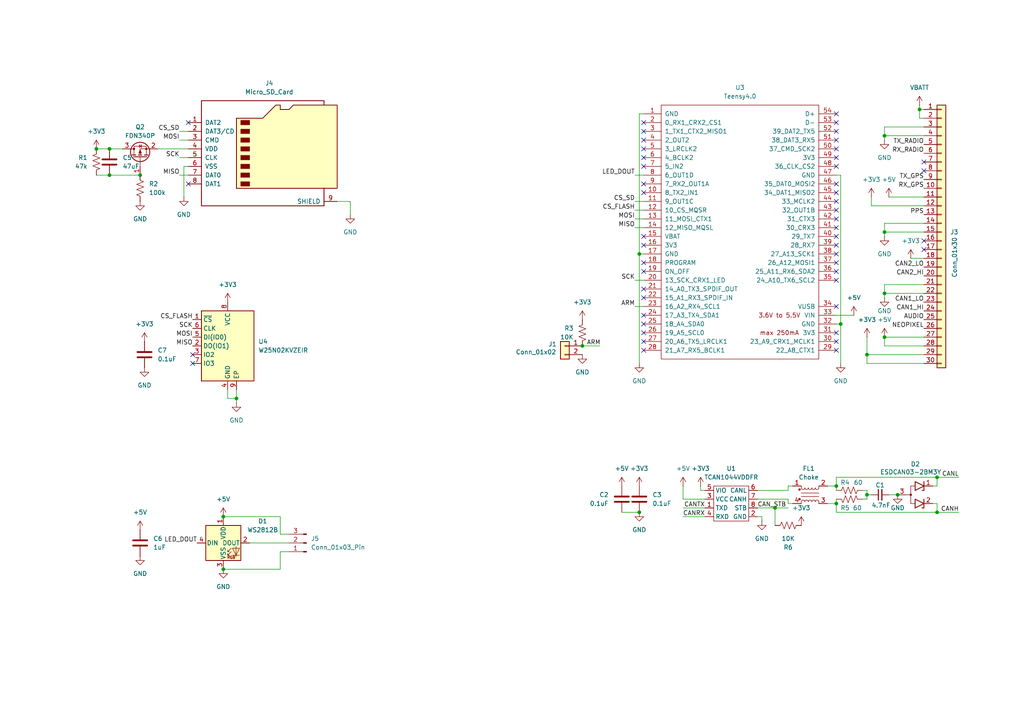
<source format=kicad_sch>
(kicad_sch (version 20231120) (generator "eeschema") (generator_version "8.0")
  (paper "A4")
  (title_block (title "Blaze Brain") (date "2024-09-16") (rev "v1") (company "UCSC Rocket Team") (comment 1 "Designed by Julian Barbera"))
  (lib_symbols
    (symbol "Blaze_Lib:TCAN1044"
      (property "Reference" "U" (at 0 8.636 0))
      (property "Value" "TCAN1044VDDFR" (at -0.254 6.604 0))
      (symbol "TCAN1044_0_0"
        (pin output line (at -7.62 -1.27 0) (length 2.54) (name "TXD") (number "1"))
        (pin passive line (at 7.62 -3.81 180) (length 2.54) (name "GND") (number "2"))
        (pin power_in line (at -7.62 1.27 0) (length 2.54) (name "VCC") (number "3"))
        (pin input line (at -7.62 -3.81 0) (length 2.54) (name "RXD") (number "4"))
        (pin power_in line (at -7.62 3.81 0) (length 2.54) (name "VIO") (number "5"))
        (pin bidirectional line (at 7.62 3.81 180) (length 2.54) (name "CANL") (number "6"))
        (pin bidirectional line (at 7.62 1.27 180) (length 2.54) (name "CANH") (number "7"))
        (pin input line (at 7.62 -1.27 180) (length 2.54) (name "STB") (number "8"))
      )
      (symbol "TCAN1044_0_1"
        (rectangle (start -5.08 5.08) (end 5.08 -5.08))
      )
    )
    (symbol "Connector:Conn_01x03_Pin" (pin_names (offset 1.016) hide)
      (property "Reference" "J" (at 0 5.08 0))
      (property "Value" "Conn_01x03_Pin" (at 0 -5.08 0))
      (symbol "Conn_01x03_Pin_1_1"
        (polyline (pts (xy 1.27 -2.54) (xy 0.8636 -2.54)) (stroke (width 0.1524)))
        (polyline (pts (xy 1.27 0) (xy 0.8636 0)) (stroke (width 0.1524)))
        (polyline (pts (xy 1.27 2.54) (xy 0.8636 2.54)) (stroke (width 0.1524)))
        (rectangle (start 0.8636 -2.413) (end 0 -2.667) (stroke (width 0.1524)) (fill (type outline)))
        (rectangle (start 0.8636 0.127) (end 0 -0.127) (stroke (width 0.1524)) (fill (type outline)))
        (rectangle (start 0.8636 2.667) (end 0 2.413) (stroke (width 0.1524)) (fill (type outline)))
        (pin passive line (at 5.08 2.54 180) (length 3.81) (name "Pin_1") (number "1"))
        (pin passive line (at 5.08 0 180) (length 3.81) (name "Pin_2") (number "2"))
        (pin passive line (at 5.08 -2.54 180) (length 3.81) (name "Pin_3") (number "3"))
      )
    )
    (symbol "Connector:Micro_SD_Card" (pin_names (offset 1.016))
      (property "Reference" "J" (at -16.51 15.24 0))
      (property "Value" "Micro_SD_Card" (at 16.51 15.24 0))
      (symbol "Micro_SD_Card_0_1"
        (rectangle (start -7.62 -9.525) (end -5.08 -10.795) (fill (type outline)))
        (rectangle (start -7.62 -6.985) (end -5.08 -8.255) (fill (type outline)))
        (rectangle (start -7.62 -4.445) (end -5.08 -5.715) (fill (type outline)))
        (rectangle (start -7.62 -1.905) (end -5.08 -3.175) (fill (type outline)))
        (rectangle (start -7.62 0.635) (end -5.08 -0.635) (fill (type outline)))
        (rectangle (start -7.62 3.175) (end -5.08 1.905) (fill (type outline)))
        (rectangle (start -7.62 5.715) (end -5.08 4.445) (fill (type outline)))
        (rectangle (start -7.62 8.255) (end -5.08 6.985) (fill (type outline)))
        (polyline (pts (xy 16.51 12.7) (xy 16.51 13.97) (xy -19.05 13.97) (xy -19.05 -16.51) (xy 16.51 -16.51) (xy 16.51 -11.43)) (stroke (width 0.254)))
        (polyline (pts (xy -8.89 -11.43) (xy -8.89 8.89) (xy -1.27 8.89) (xy 2.54 12.7) (xy 3.81 12.7) (xy 3.81 11.43) (xy 6.35 11.43) (xy 7.62 12.7) (xy 20.32 12.7) (xy 20.32 -11.43) (xy -8.89 -11.43)) (stroke (width 0.254)) (fill (type background)))
      )
      (symbol "Micro_SD_Card_1_1"
        (pin bidirectional line (at -22.86 7.62 0) (length 3.81) (name "DAT2") (number "1"))
        (pin bidirectional line (at -22.86 5.08 0) (length 3.81) (name "DAT3/CD") (number "2"))
        (pin input line (at -22.86 2.54 0) (length 3.81) (name "CMD") (number "3"))
        (pin power_in line (at -22.86 0 0) (length 3.81) (name "VDD") (number "4"))
        (pin input line (at -22.86 -2.54 0) (length 3.81) (name "CLK") (number "5"))
        (pin power_in line (at -22.86 -5.08 0) (length 3.81) (name "VSS") (number "6"))
        (pin bidirectional line (at -22.86 -7.62 0) (length 3.81) (name "DAT0") (number "7"))
        (pin bidirectional line (at -22.86 -10.16 0) (length 3.81) (name "DAT1") (number "8"))
        (pin passive line (at 20.32 -15.24 180) (length 3.81) (name "SHIELD") (number "9"))
      )
    )
    (symbol "Connector_Generic:Conn_01x02" (pin_names (offset 1.016) hide)
      (property "Reference" "J" (at 0 2.54 0))
      (property "Value" "Conn_01x02" (at 0 -5.08 0))
      (symbol "Conn_01x02_1_1"
        (rectangle (start -1.27 -2.413) (end 0 -2.667) (stroke (width 0.1524)))
        (rectangle (start -1.27 0.127) (end 0 -0.127) (stroke (width 0.1524)))
        (rectangle (start -1.27 1.27) (end 1.27 -3.81) (stroke (width 0.254)) (fill (type background)))
        (pin passive line (at -5.08 0 0) (length 3.81) (name "Pin_1") (number "1"))
        (pin passive line (at -5.08 -2.54 0) (length 3.81) (name "Pin_2") (number "2"))
      )
    )
    (symbol "Connector_Generic:Conn_01x30" (pin_names (offset 1.016) hide)
      (property "Reference" "J" (at 0 38.1 0))
      (property "Value" "Conn_01x30" (at 0 -40.64 0))
      (symbol "Conn_01x30_1_1"
        (rectangle (start -1.27 -37.973) (end 0 -38.227) (stroke (width 0.1524)))
        (rectangle (start -1.27 -35.433) (end 0 -35.687) (stroke (width 0.1524)))
        (rectangle (start -1.27 -32.893) (end 0 -33.147) (stroke (width 0.1524)))
        (rectangle (start -1.27 -30.353) (end 0 -30.607) (stroke (width 0.1524)))
        (rectangle (start -1.27 -27.813) (end 0 -28.067) (stroke (width 0.1524)))
        (rectangle (start -1.27 -25.273) (end 0 -25.527) (stroke (width 0.1524)))
        (rectangle (start -1.27 -22.733) (end 0 -22.987) (stroke (width 0.1524)))
        (rectangle (start -1.27 -20.193) (end 0 -20.447) (stroke (width 0.1524)))
        (rectangle (start -1.27 -17.653) (end 0 -17.907) (stroke (width 0.1524)))
        (rectangle (start -1.27 -15.113) (end 0 -15.367) (stroke (width 0.1524)))
        (rectangle (start -1.27 -12.573) (end 0 -12.827) (stroke (width 0.1524)))
        (rectangle (start -1.27 -10.033) (end 0 -10.287) (stroke (width 0.1524)))
        (rectangle (start -1.27 -7.493) (end 0 -7.747) (stroke (width 0.1524)))
        (rectangle (start -1.27 -4.953) (end 0 -5.207) (stroke (width 0.1524)))
        (rectangle (start -1.27 -2.413) (end 0 -2.667) (stroke (width 0.1524)))
        (rectangle (start -1.27 0.127) (end 0 -0.127) (stroke (width 0.1524)))
        (rectangle (start -1.27 2.667) (end 0 2.413) (stroke (width 0.1524)))
        (rectangle (start -1.27 5.207) (end 0 4.953) (stroke (width 0.1524)))
        (rectangle (start -1.27 7.747) (end 0 7.493) (stroke (width 0.1524)))
        (rectangle (start -1.27 10.287) (end 0 10.033) (stroke (width 0.1524)))
        (rectangle (start -1.27 12.827) (end 0 12.573) (stroke (width 0.1524)))
        (rectangle (start -1.27 15.367) (end 0 15.113) (stroke (width 0.1524)))
        (rectangle (start -1.27 17.907) (end 0 17.653) (stroke (width 0.1524)))
        (rectangle (start -1.27 20.447) (end 0 20.193) (stroke (width 0.1524)))
        (rectangle (start -1.27 22.987) (end 0 22.733) (stroke (width 0.1524)))
        (rectangle (start -1.27 25.527) (end 0 25.273) (stroke (width 0.1524)))
        (rectangle (start -1.27 28.067) (end 0 27.813) (stroke (width 0.1524)))
        (rectangle (start -1.27 30.607) (end 0 30.353) (stroke (width 0.1524)))
        (rectangle (start -1.27 33.147) (end 0 32.893) (stroke (width 0.1524)))
        (rectangle (start -1.27 35.687) (end 0 35.433) (stroke (width 0.1524)))
        (rectangle (start -1.27 36.83) (end 1.27 -39.37) (stroke (width 0.254)) (fill (type background)))
        (pin passive line (at -5.08 35.56 0) (length 3.81) (name "Pin_1") (number "1"))
        (pin passive line (at -5.08 12.7 0) (length 3.81) (name "Pin_10") (number "10"))
        (pin passive line (at -5.08 10.16 0) (length 3.81) (name "Pin_11") (number "11"))
        (pin passive line (at -5.08 7.62 0) (length 3.81) (name "Pin_12") (number "12"))
        (pin passive line (at -5.08 5.08 0) (length 3.81) (name "Pin_13") (number "13"))
        (pin passive line (at -5.08 2.54 0) (length 3.81) (name "Pin_14") (number "14"))
        (pin passive line (at -5.08 0 0) (length 3.81) (name "Pin_15") (number "15"))
        (pin passive line (at -5.08 -2.54 0) (length 3.81) (name "Pin_16") (number "16"))
        (pin passive line (at -5.08 -5.08 0) (length 3.81) (name "Pin_17") (number "17"))
        (pin passive line (at -5.08 -7.62 0) (length 3.81) (name "Pin_18") (number "18"))
        (pin passive line (at -5.08 -10.16 0) (length 3.81) (name "Pin_19") (number "19"))
        (pin passive line (at -5.08 33.02 0) (length 3.81) (name "Pin_2") (number "2"))
        (pin passive line (at -5.08 -12.7 0) (length 3.81) (name "Pin_20") (number "20"))
        (pin passive line (at -5.08 -15.24 0) (length 3.81) (name "Pin_21") (number "21"))
        (pin passive line (at -5.08 -17.78 0) (length 3.81) (name "Pin_22") (number "22"))
        (pin passive line (at -5.08 -20.32 0) (length 3.81) (name "Pin_23") (number "23"))
        (pin passive line (at -5.08 -22.86 0) (length 3.81) (name "Pin_24") (number "24"))
        (pin passive line (at -5.08 -25.4 0) (length 3.81) (name "Pin_25") (number "25"))
        (pin passive line (at -5.08 -27.94 0) (length 3.81) (name "Pin_26") (number "26"))
        (pin passive line (at -5.08 -30.48 0) (length 3.81) (name "Pin_27") (number "27"))
        (pin passive line (at -5.08 -33.02 0) (length 3.81) (name "Pin_28") (number "28"))
        (pin passive line (at -5.08 -35.56 0) (length 3.81) (name "Pin_29") (number "29"))
        (pin passive line (at -5.08 30.48 0) (length 3.81) (name "Pin_3") (number "3"))
        (pin passive line (at -5.08 -38.1 0) (length 3.81) (name "Pin_30") (number "30"))
        (pin passive line (at -5.08 27.94 0) (length 3.81) (name "Pin_4") (number "4"))
        (pin passive line (at -5.08 25.4 0) (length 3.81) (name "Pin_5") (number "5"))
        (pin passive line (at -5.08 22.86 0) (length 3.81) (name "Pin_6") (number "6"))
        (pin passive line (at -5.08 20.32 0) (length 3.81) (name "Pin_7") (number "7"))
        (pin passive line (at -5.08 17.78 0) (length 3.81) (name "Pin_8") (number "8"))
        (pin passive line (at -5.08 15.24 0) (length 3.81) (name "Pin_9") (number "9"))
      )
    )
    (symbol "Device:C" (pin_numbers hide) (pin_names (offset 0.254))
      (property "Reference" "C" (at 0.635 2.54 0))
      (property "Value" "C" (at 0.635 -2.54 0))
      (symbol "C_0_1"
        (polyline (pts (xy -2.032 -0.762) (xy 2.032 -0.762)) (stroke (width 0.508)))
        (polyline (pts (xy -2.032 0.762) (xy 2.032 0.762)) (stroke (width 0.508)))
      )
      (symbol "C_1_1"
        (pin passive line (at 0 3.81 270) (length 2.794) (name "~") (number "1"))
        (pin passive line (at 0 -3.81 90) (length 2.794) (name "~") (number "2"))
      )
    )
    (symbol "Device:C_Small" (pin_numbers hide) (pin_names (offset 0.254) hide)
      (property "Reference" "C" (at 0.254 1.778 0))
      (property "Value" "C_Small" (at 0.254 -2.032 0))
      (symbol "C_Small_0_1"
        (polyline (pts (xy -1.524 -0.508) (xy 1.524 -0.508)) (stroke (width 0.3302)))
        (polyline (pts (xy -1.524 0.508) (xy 1.524 0.508)) (stroke (width 0.3048)))
      )
      (symbol "C_Small_1_1"
        (pin passive line (at 0 2.54 270) (length 2.032) (name "~") (number "1"))
        (pin passive line (at 0 -2.54 90) (length 2.032) (name "~") (number "2"))
      )
    )
    (symbol "Device:R_US" (pin_numbers hide) (pin_names (offset 0))
      (property "Reference" "R" (at 2.54 0 90))
      (property "Value" "R_US" (at -2.54 0 90))
      (symbol "R_US_0_1"
        (polyline (pts (xy 0 -2.286) (xy 0 -2.54)))
        (polyline (pts (xy 0 2.286) (xy 0 2.54)))
        (polyline (pts (xy 0 -0.762) (xy 1.016 -1.143) (xy 0 -1.524) (xy -1.016 -1.905) (xy 0 -2.286)))
        (polyline (pts (xy 0 0.762) (xy 1.016 0.381) (xy 0 0) (xy -1.016 -0.381) (xy 0 -0.762)))
        (polyline (pts (xy 0 2.286) (xy 1.016 1.905) (xy 0 1.524) (xy -1.016 1.143) (xy 0 0.762)))
      )
      (symbol "R_US_1_1"
        (pin passive line (at 0 3.81 270) (length 1.27) (name "~") (number "1"))
        (pin passive line (at 0 -3.81 90) (length 1.27) (name "~") (number "2"))
      )
    )
    (symbol "Filter:Choke_Coilcraft_0603USB-142" (pin_names (offset 0.254) hide)
      (property "Reference" "FL" (at 0 4.445 0))
      (property "Value" "Choke_Coilcraft_0603USB-142" (at 0 -4.445 0))
      (symbol "Choke_Coilcraft_0603USB-142_0_1"
        (circle (center -3.048 -1.27) (radius 0.254) (fill (type outline)))
        (circle (center -3.048 1.524) (radius 0.254) (fill (type outline)))
        (arc (start -2.54 2.032) (mid -2.032 1.5262) (end -1.524 2.032))
        (arc (start -1.524 -2.032) (mid -2.032 -1.5262) (end -2.54 -2.032))
        (arc (start -1.524 2.032) (mid -1.016 1.5262) (end -0.508 2.032))
        (arc (start -0.508 -2.032) (mid -1.016 -1.5262) (end -1.524 -2.032))
        (arc (start -0.508 2.032) (mid 0 1.5262) (end 0.508 2.032))
        (polyline (pts (xy -2.54 -2.032) (xy -2.54 -2.54)))
        (polyline (pts (xy -2.54 0.508) (xy 2.54 0.508)))
        (polyline (pts (xy -2.54 2.032) (xy -2.54 2.54)))
        (polyline (pts (xy 2.54 -2.032) (xy 2.54 -2.54)))
        (polyline (pts (xy 2.54 -0.508) (xy -2.54 -0.508)))
        (polyline (pts (xy 2.54 2.54) (xy 2.54 2.032)))
        (arc (start 0.508 -2.032) (mid 0 -1.5262) (end -0.508 -2.032))
        (arc (start 0.508 2.032) (mid 1.016 1.5262) (end 1.524 2.032))
        (arc (start 1.524 -2.032) (mid 1.016 -1.5262) (end 0.508 -2.032))
        (arc (start 1.524 2.032) (mid 2.032 1.5262) (end 2.54 2.032))
        (arc (start 2.54 -2.032) (mid 2.032 -1.5262) (end 1.524 -2.032))
      )
      (symbol "Choke_Coilcraft_0603USB-142_1_1"
        (pin passive line (at -5.08 2.54 0) (length 2.54) (name "1") (number "1"))
        (pin passive line (at 5.08 2.54 180) (length 2.54) (name "2") (number "2"))
        (pin passive line (at 5.08 -2.54 180) (length 2.54) (name "3") (number "3"))
        (pin passive line (at -5.08 -2.54 0) (length 2.54) (name "4") (number "4"))
      )
    )
    (symbol "LED:WS2812B" (pin_names (offset 0.254))
      (property "Reference" "D" (at 5.08 5.715 0))
      (property "Value" "WS2812B" (at 1.27 -5.715 0))
      (symbol "WS2812B_0_0"
        (text "RGB" (at 2.286 -4.191 0) (effects (font (size 0.762 0.762))))
      )
      (symbol "WS2812B_0_1"
        (polyline (pts (xy 1.27 -3.556) (xy 1.778 -3.556)))
        (polyline (pts (xy 1.27 -2.54) (xy 1.778 -2.54)))
        (polyline (pts (xy 4.699 -3.556) (xy 2.667 -3.556)))
        (polyline (pts (xy 2.286 -2.54) (xy 1.27 -3.556) (xy 1.27 -3.048)))
        (polyline (pts (xy 2.286 -1.524) (xy 1.27 -2.54) (xy 1.27 -2.032)))
        (polyline (pts (xy 3.683 -1.016) (xy 3.683 -3.556) (xy 3.683 -4.064)))
        (polyline (pts (xy 4.699 -1.524) (xy 2.667 -1.524) (xy 3.683 -3.556) (xy 4.699 -1.524)))
        (rectangle (start 5.08 5.08) (end -5.08 -5.08) (stroke (width 0.254)) (fill (type background)))
      )
      (symbol "WS2812B_1_1"
        (pin power_in line (at 0 7.62 270) (length 2.54) (name "VDD") (number "1"))
        (pin output line (at 7.62 0 180) (length 2.54) (name "DOUT") (number "2"))
        (pin power_in line (at 0 -7.62 90) (length 2.54) (name "VSS") (number "3"))
        (pin input line (at -7.62 0 0) (length 2.54) (name "DIN") (number "4"))
      )
    )
    (symbol "Memory_Flash:W25Q32JVZP"
      (property "Reference" "U" (at -6.35 11.43 0))
      (property "Value" "W25Q32JVZP" (at 7.62 11.43 0))
      (symbol "W25Q32JVZP_0_1"
        (rectangle (start -7.62 10.16) (end 7.62 -10.16) (stroke (width 0.254)) (fill (type background)))
      )
      (symbol "W25Q32JVZP_1_1"
        (pin input line (at -10.16 7.62 0) (length 2.54) (name "~{CS}") (number "1"))
        (pin bidirectional line (at -10.16 0 0) (length 2.54) (name "DO(IO1)") (number "2"))
        (pin bidirectional line (at -10.16 -2.54 0) (length 2.54) (name "IO2") (number "3"))
        (pin power_in line (at 0 -12.7 90) (length 2.54) (name "GND") (number "4"))
        (pin bidirectional line (at -10.16 2.54 0) (length 2.54) (name "DI(IO0)") (number "5"))
        (pin input line (at -10.16 5.08 0) (length 2.54) (name "CLK") (number "6"))
        (pin bidirectional line (at -10.16 -5.08 0) (length 2.54) (name "IO3") (number "7"))
        (pin power_in line (at 0 12.7 270) (length 2.54) (name "VCC") (number "8"))
        (pin passive line (at 2.54 -12.7 90) (length 2.54) (name "EP") (number "9"))
      )
    )
    (symbol "Power_Protection:RCLAMP0582B" (pin_names hide)
      (property "Reference" "D" (at 0 5.08 0))
      (property "Value" "RCLAMP0582B" (at 0 -5.08 0))
      (symbol "RCLAMP0582B_0_1"
        (polyline (pts (xy -2.54 0) (xy -1.27 0)))
        (polyline (pts (xy -1.27 2.54) (xy -1.27 -2.54)))
        (polyline (pts (xy 0 2.54) (xy -1.27 2.54)) (stroke (width 0.1524)))
        (polyline (pts (xy 2.54 3.81) (xy 2.54 1.27) (xy 2.032 1.27)) (stroke (width 0.254)))
        (polyline (pts (xy 0 1.27) (xy 0 3.81) (xy 2.54 2.54) (xy 0 1.27)) (stroke (width 0.254)))
        (pin passive line (at -5.08 0 0) (length 2.54) (name "A") (number "3"))
      )
      (symbol "RCLAMP0582B_1_1"
        (circle (center -1.27 0) (radius 0.254) (fill (type outline)))
        (polyline (pts (xy 0 -2.54) (xy -1.27 -2.54)) (stroke (width 0.1524)))
        (polyline (pts (xy 2.54 -1.27) (xy 2.54 -3.81) (xy 2.032 -3.81)) (stroke (width 0.254)))
        (polyline (pts (xy 0 -3.81) (xy 0 -1.27) (xy 2.54 -2.54) (xy 0 -3.81)) (stroke (width 0.254)))
        (pin passive line (at 5.08 2.54 180) (length 2.54) (name "K1") (number "1"))
        (pin passive line (at 5.08 -2.54 180) (length 2.54) (name "K2") (number "2"))
      )
    )
    (symbol "Transistor_FET:FDN340P" (pin_names hide)
      (property "Reference" "Q" (at 5.08 1.905 0))
      (property "Value" "FDN340P" (at 5.08 0 0))
      (symbol "FDN340P_0_1"
        (polyline (pts (xy 0.254 0) (xy -2.54 0)))
        (polyline (pts (xy 0.254 1.905) (xy 0.254 -1.905)) (stroke (width 0.254)))
        (polyline (pts (xy 0.762 -1.27) (xy 0.762 -2.286)) (stroke (width 0.254)))
        (polyline (pts (xy 0.762 0.508) (xy 0.762 -0.508)) (stroke (width 0.254)))
        (polyline (pts (xy 0.762 2.286) (xy 0.762 1.27)) (stroke (width 0.254)))
        (polyline (pts (xy 2.54 2.54) (xy 2.54 1.778)))
        (polyline (pts (xy 2.54 -2.54) (xy 2.54 0) (xy 0.762 0)))
        (polyline (pts (xy 0.762 1.778) (xy 3.302 1.778) (xy 3.302 -1.778) (xy 0.762 -1.778)))
        (polyline (pts (xy 2.286 0) (xy 1.27 0.381) (xy 1.27 -0.381) (xy 2.286 0)) (fill (type outline)))
        (polyline (pts (xy 2.794 -0.508) (xy 2.921 -0.381) (xy 3.683 -0.381) (xy 3.81 -0.254)))
        (polyline (pts (xy 3.302 -0.381) (xy 2.921 0.254) (xy 3.683 0.254) (xy 3.302 -0.381)))
        (circle (center 1.651 0) (radius 2.794) (stroke (width 0.254)))
        (circle (center 2.54 -1.778) (radius 0.254) (fill (type outline)))
        (circle (center 2.54 1.778) (radius 0.254) (fill (type outline)))
      )
      (symbol "FDN340P_1_1"
        (pin input line (at -5.08 0 0) (length 2.54) (name "G") (number "1"))
        (pin passive line (at 2.54 -5.08 90) (length 2.54) (name "S") (number "2"))
        (pin passive line (at 2.54 5.08 270) (length 2.54) (name "D") (number "3"))
      )
    )
    (symbol "power:+3V3" (power) (pin_numbers hide) (pin_names (offset 0) hide)
      (property "Value" "+3V3" (at 0 3.556 0))
      (symbol "+3V3_0_1"
        (polyline (pts (xy -0.762 1.27) (xy 0 2.54)))
        (polyline (pts (xy 0 0) (xy 0 2.54)))
        (polyline (pts (xy 0 2.54) (xy 0.762 1.27)))
      )
      (symbol "+3V3_1_1"
        (pin power_in line (at 0 0 90) (length 0) (name "~") (number "1"))
      )
    )
    (symbol "power:+5V" (power) (pin_numbers hide) (pin_names (offset 0) hide)
      (property "Value" "+5V" (at 0 3.556 0))
      (symbol "+5V_0_1"
        (polyline (pts (xy -0.762 1.27) (xy 0 2.54)))
        (polyline (pts (xy 0 0) (xy 0 2.54)))
        (polyline (pts (xy 0 2.54) (xy 0.762 1.27)))
      )
      (symbol "+5V_1_1"
        (pin power_in line (at 0 0 90) (length 0) (name "~") (number "1"))
      )
    )
    (symbol "power:GND" (power) (pin_numbers hide) (pin_names (offset 0) hide)
      (property "Value" "GND" (at 0 -3.81 0))
      (symbol "GND_0_1"
        (polyline (pts (xy 0 0) (xy 0 -1.27) (xy 1.27 -1.27) (xy 0 -2.54) (xy -1.27 -1.27) (xy 0 -1.27)))
      )
      (symbol "GND_1_1"
        (pin power_in line (at 0 0 270) (length 0) (name "~") (number "1"))
      )
    )
    (symbol "teensy:Teensy4.0" (pin_names (offset 1.016))
      (property "Reference" "U" (at 0 39.37 0))
      (property "Value" "Teensy4.0" (at 0 -39.37 0))
      (symbol "Teensy4.0_0_0"
        (text "3.6V to 5.5V" (at 11.43 -24.13 0) (effects (font (size 1.27 1.27))))
        (text "max 250mA" (at 11.43 -29.21 0) (effects (font (size 1.27 1.27))))
        (pin bidirectional line (at -27.94 11.43 0) (length 5.08) (name "8_TX2_IN1") (number "10"))
        (pin bidirectional line (at -27.94 8.89 0) (length 5.08) (name "9_OUT1C") (number "11"))
        (pin bidirectional line (at -27.94 6.35 0) (length 5.08) (name "10_CS_MQSR") (number "12"))
        (pin bidirectional line (at -27.94 3.81 0) (length 5.08) (name "11_MOSI_CTX1") (number "13"))
        (pin bidirectional line (at -27.94 1.27 0) (length 5.08) (name "12_MISO_MQSL") (number "14"))
        (pin power_in line (at -27.94 -1.27 0) (length 5.08) (name "VBAT") (number "15"))
        (pin power_in line (at -27.94 -3.81 0) (length 5.08) (name "3V3") (number "16"))
        (pin power_in line (at -27.94 -6.35 0) (length 5.08) (name "GND") (number "17"))
        (pin input line (at -27.94 -8.89 0) (length 5.08) (name "PROGRAM") (number "18"))
        (pin input line (at -27.94 -11.43 0) (length 5.08) (name "ON_OFF") (number "19"))
        (pin bidirectional line (at -27.94 -13.97 0) (length 5.08) (name "13_SCK_CRX1_LED") (number "20"))
        (pin bidirectional line (at -27.94 -16.51 0) (length 5.08) (name "14_A0_TX3_SPDIF_OUT") (number "21"))
        (pin bidirectional line (at -27.94 -19.05 0) (length 5.08) (name "15_A1_RX3_SPDIF_IN") (number "22"))
        (pin bidirectional line (at -27.94 -21.59 0) (length 5.08) (name "16_A2_RX4_SCL1") (number "23"))
        (pin bidirectional line (at -27.94 -24.13 0) (length 5.08) (name "17_A3_TX4_SDA1") (number "24"))
        (pin bidirectional line (at -27.94 -26.67 0) (length 5.08) (name "18_A4_SDA0") (number "25"))
        (pin bidirectional line (at -27.94 -29.21 0) (length 5.08) (name "19_A5_SCL0") (number "26"))
        (pin bidirectional line (at -27.94 -31.75 0) (length 5.08) (name "20_A6_TX5_LRCLK1") (number "27"))
        (pin bidirectional line (at -27.94 -34.29 0) (length 5.08) (name "21_A7_RX5_BCLK1") (number "28"))
        (pin bidirectional line (at 27.94 -34.29 180) (length 5.08) (name "22_A8_CTX1") (number "29"))
        (pin bidirectional line (at 27.94 -31.75 180) (length 5.08) (name "23_A9_CRX1_MCLK1") (number "30"))
        (pin power_out line (at 27.94 -29.21 180) (length 5.08) (name "3V3") (number "31"))
        (pin power_in line (at 27.94 -26.67 180) (length 5.08) (name "GND") (number "32"))
        (pin power_in line (at 27.94 -24.13 180) (length 5.08) (name "VIN") (number "33"))
        (pin power_out line (at 27.94 -21.59 180) (length 5.08) (name "VUSB") (number "34"))
        (pin bidirectional line (at 27.94 -13.97 180) (length 5.08) (name "24_A10_TX6_SCL2") (number "35"))
        (pin bidirectional line (at 27.94 -11.43 180) (length 5.08) (name "25_A11_RX6_SDA2") (number "36"))
        (pin bidirectional line (at 27.94 -8.89 180) (length 5.08) (name "26_A12_MOSI1") (number "37"))
        (pin bidirectional line (at 27.94 -6.35 180) (length 5.08) (name "27_A13_SCK1") (number "38"))
        (pin bidirectional line (at 27.94 -3.81 180) (length 5.08) (name "28_RX7") (number "39"))
        (pin bidirectional line (at 27.94 -1.27 180) (length 5.08) (name "29_TX7") (number "40"))
        (pin bidirectional line (at 27.94 1.27 180) (length 5.08) (name "30_CRX3") (number "41"))
        (pin bidirectional line (at 27.94 3.81 180) (length 5.08) (name "31_CTX3") (number "42"))
        (pin bidirectional line (at 27.94 6.35 180) (length 5.08) (name "32_OUT1B") (number "43"))
        (pin bidirectional line (at 27.94 8.89 180) (length 5.08) (name "33_MCLK2") (number "44"))
        (pin bidirectional line (at 27.94 11.43 180) (length 5.08) (name "34_DAT1_MISO2") (number "45"))
        (pin bidirectional line (at 27.94 13.97 180) (length 5.08) (name "35_DAT0_MOSI2") (number "46"))
        (pin power_out line (at 27.94 16.51 180) (length 5.08) (name "GND") (number "47"))
        (pin bidirectional line (at 27.94 19.05 180) (length 5.08) (name "36_CLK_CS2") (number "48"))
        (pin power_out line (at 27.94 21.59 180) (length 5.08) (name "3V3") (number "49"))
        (pin bidirectional line (at -27.94 24.13 0) (length 5.08) (name "3_LRCLK2") (number "5"))
        (pin bidirectional line (at 27.94 24.13 180) (length 5.08) (name "37_CMD_SCK2") (number "50"))
        (pin bidirectional line (at 27.94 26.67 180) (length 5.08) (name "38_DAT3_RX5") (number "51"))
        (pin bidirectional line (at 27.94 29.21 180) (length 5.08) (name "39_DAT2_TX5") (number "52"))
        (pin bidirectional line (at 27.94 31.75 180) (length 5.08) (name "D-") (number "53"))
        (pin bidirectional line (at 27.94 34.29 180) (length 5.08) (name "D+") (number "54"))
        (pin bidirectional line (at -27.94 21.59 0) (length 5.08) (name "4_BCLK2") (number "6"))
        (pin bidirectional line (at -27.94 19.05 0) (length 5.08) (name "5_IN2") (number "7"))
        (pin bidirectional line (at -27.94 16.51 0) (length 5.08) (name "6_OUT1D") (number "8"))
        (pin bidirectional line (at -27.94 13.97 0) (length 5.08) (name "7_RX2_OUT1A") (number "9"))
      )
      (symbol "Teensy4.0_0_1"
        (rectangle (start -22.86 36.83) (end 22.86 -36.83))
        (rectangle (start -20.32 -31.75) (end -20.32 -31.75))
      )
      (symbol "Teensy4.0_1_1"
        (pin power_in line (at -27.94 34.29 0) (length 5.08) (name "GND") (number "1"))
        (pin bidirectional line (at -27.94 31.75 0) (length 5.08) (name "0_RX1_CRX2_CS1") (number "2"))
        (pin bidirectional line (at -27.94 29.21 0) (length 5.08) (name "1_TX1_CTX2_MISO1") (number "3"))
        (pin bidirectional line (at -27.94 26.67 0) (length 5.08) (name "2_OUT2") (number "4"))
      )
    )
  )
  (junction (at 256.54 39.37))
  (junction (at 266.7 31.75))
  (junction (at 251.46 102.87))
  (junction (at 271.78 148.59))
  (junction (at 242.57 146.05))
  (junction (at 40.64 50.8))
  (junction (at 224.79 147.32))
  (junction (at 27.94 43.18))
  (junction (at 168.91 100.33))
  (junction (at 260.35 143.51))
  (junction (at 251.46 143.51))
  (junction (at 31.75 50.8))
  (junction (at 68.58 115.57))
  (junction (at 64.77 165.1))
  (junction (at 185.42 148.59))
  (junction (at 243.84 93.98))
  (junction (at 271.78 138.43))
  (junction (at 256.54 97.79))
  (junction (at 31.75 43.18))
  (junction (at 242.57 140.97))
  (junction (at 64.77 149.86))
  (junction (at 185.42 73.66))
  (junction (at 256.54 85.09))
  (junction (at 256.54 67.31))
  (no_connect (at 242.57 81.28))
  (no_connect (at 186.69 83.82))
  (no_connect (at 242.57 76.2))
  (no_connect (at 55.88 102.87))
  (no_connect (at 267.97 69.85))
  (no_connect (at 186.69 48.26))
  (no_connect (at 267.97 46.99))
  (no_connect (at 242.57 53.34))
  (no_connect (at 242.57 66.04))
  (no_connect (at 186.69 91.44))
  (no_connect (at 242.57 88.9))
  (no_connect (at 186.69 99.06))
  (no_connect (at 242.57 63.5))
  (no_connect (at 186.69 86.36))
  (no_connect (at 242.57 71.12))
  (no_connect (at 55.88 105.41))
  (no_connect (at 186.69 93.98))
  (no_connect (at 242.57 45.72))
  (no_connect (at 186.69 43.18))
  (no_connect (at 242.57 40.64))
  (no_connect (at 186.69 53.34))
  (no_connect (at 54.61 35.56))
  (no_connect (at 242.57 38.1))
  (no_connect (at 267.97 49.53))
  (no_connect (at 242.57 96.52))
  (no_connect (at 242.57 58.42))
  (no_connect (at 242.57 35.56))
  (no_connect (at 242.57 78.74))
  (no_connect (at 267.97 72.39))
  (no_connect (at 54.61 53.34))
  (no_connect (at 186.69 101.6))
  (no_connect (at 242.57 99.06))
  (no_connect (at 186.69 45.72))
  (no_connect (at 242.57 73.66))
  (no_connect (at 186.69 96.52))
  (no_connect (at 186.69 71.12))
  (no_connect (at 186.69 78.74))
  (no_connect (at 242.57 33.02))
  (no_connect (at 186.69 38.1))
  (no_connect (at 242.57 55.88))
  (no_connect (at 186.69 35.56))
  (no_connect (at 242.57 60.96))
  (no_connect (at 242.57 68.58))
  (no_connect (at 242.57 43.18))
  (no_connect (at 186.69 68.58))
  (no_connect (at 242.57 48.26))
  (no_connect (at 186.69 55.88))
  (no_connect (at 186.69 76.2))
  (no_connect (at 186.69 40.64))
  (no_connect (at 242.57 101.6))
  (wire (pts (xy 264.16 74.93) (xy 267.97 74.93)))
  (wire (pts (xy 53.34 48.26) (xy 54.61 48.26)))
  (wire (pts (xy 101.6 62.23) (xy 101.6 58.42)))
  (wire (pts (xy 184.15 58.42) (xy 186.69 58.42)))
  (wire (pts (xy 66.04 113.03) (xy 66.04 115.57)))
  (wire (pts (xy 266.7 31.75) (xy 266.7 34.29)))
  (wire (pts (xy 203.2 142.24) (xy 204.47 142.24)))
  (wire (pts (xy 198.12 144.78) (xy 198.12 140.97)))
  (wire (pts (xy 257.81 57.15) (xy 267.97 57.15)))
  (wire (pts (xy 267.97 36.83) (xy 256.54 36.83)))
  (wire (pts (xy 250.19 142.24) (xy 251.46 142.24)))
  (wire (pts (xy 219.71 144.78) (xy 228.6 144.78)))
  (wire (pts (xy 185.42 105.41) (xy 185.42 73.66)))
  (wire (pts (xy 31.75 50.8) (xy 40.64 50.8)))
  (wire (pts (xy 198.12 149.86) (xy 204.47 149.86)))
  (wire (pts (xy 52.07 38.1) (xy 54.61 38.1)))
  (wire (pts (xy 242.57 50.8) (xy 243.84 50.8)))
  (wire (pts (xy 52.07 45.72) (xy 54.61 45.72)))
  (wire (pts (xy 219.71 147.32) (xy 224.79 147.32)))
  (wire (pts (xy 224.79 147.32) (xy 228.6 147.32)))
  (wire (pts (xy 204.47 144.78) (xy 198.12 144.78)))
  (wire (pts (xy 228.6 140.97) (xy 229.87 140.97)))
  (wire (pts (xy 101.6 58.42) (xy 97.79 58.42)))
  (wire (pts (xy 185.42 33.02) (xy 186.69 33.02)))
  (wire (pts (xy 251.46 142.24) (xy 251.46 143.51)))
  (wire (pts (xy 266.7 30.48) (xy 266.7 31.75)))
  (wire (pts (xy 203.2 140.97) (xy 203.2 142.24)))
  (wire (pts (xy 184.15 81.28) (xy 186.69 81.28)))
  (wire (pts (xy 240.03 140.97) (xy 242.57 140.97)))
  (wire (pts (xy 256.54 97.79) (xy 267.97 97.79)))
  (wire (pts (xy 251.46 97.79) (xy 251.46 102.87)))
  (wire (pts (xy 256.54 64.77) (xy 267.97 64.77)))
  (wire (pts (xy 256.54 39.37) (xy 267.97 39.37)))
  (wire (pts (xy 228.6 146.05) (xy 229.87 146.05)))
  (wire (pts (xy 168.91 100.33) (xy 173.99 100.33)))
  (wire (pts (xy 228.6 144.78) (xy 228.6 146.05)))
  (wire (pts (xy 180.34 148.59) (xy 185.42 148.59)))
  (wire (pts (xy 64.77 165.1) (xy 81.28 165.1)))
  (wire (pts (xy 256.54 85.09) (xy 267.97 85.09)))
  (wire (pts (xy 185.42 73.66) (xy 185.42 33.02)))
  (wire (pts (xy 198.12 147.32) (xy 204.47 147.32)))
  (wire (pts (xy 31.75 43.18) (xy 35.56 43.18)))
  (wire (pts (xy 242.57 146.05) (xy 242.57 144.78)))
  (wire (pts (xy 252.73 57.15) (xy 252.73 59.69)))
  (wire (pts (xy 52.07 50.8) (xy 54.61 50.8)))
  (wire (pts (xy 250.19 144.78) (xy 251.46 144.78)))
  (wire (pts (xy 256.54 64.77) (xy 256.54 67.31)))
  (wire (pts (xy 271.78 146.05) (xy 271.78 148.59)))
  (wire (pts (xy 242.57 140.97) (xy 242.57 138.43)))
  (wire (pts (xy 270.51 140.97) (xy 271.78 140.97)))
  (wire (pts (xy 266.7 31.75) (xy 267.97 31.75)))
  (wire (pts (xy 184.15 66.04) (xy 186.69 66.04)))
  (wire (pts (xy 53.34 57.15) (xy 53.34 48.26)))
  (wire (pts (xy 68.58 113.03) (xy 68.58 115.57)))
  (wire (pts (xy 251.46 144.78) (xy 251.46 143.51)))
  (wire (pts (xy 251.46 105.41) (xy 267.97 105.41)))
  (wire (pts (xy 52.07 40.64) (xy 54.61 40.64)))
  (wire (pts (xy 81.28 160.02) (xy 83.82 160.02)))
  (wire (pts (xy 256.54 36.83) (xy 256.54 39.37)))
  (wire (pts (xy 66.04 115.57) (xy 68.58 115.57)))
  (wire (pts (xy 81.28 165.1) (xy 81.28 160.02)))
  (wire (pts (xy 251.46 102.87) (xy 267.97 102.87)))
  (wire (pts (xy 266.7 34.29) (xy 267.97 34.29)))
  (wire (pts (xy 184.15 88.9) (xy 186.69 88.9)))
  (wire (pts (xy 68.58 115.57) (xy 68.58 116.84)))
  (wire (pts (xy 243.84 93.98) (xy 242.57 93.98)))
  (wire (pts (xy 242.57 91.44) (xy 247.65 91.44)))
  (wire (pts (xy 256.54 100.33) (xy 267.97 100.33)))
  (wire (pts (xy 251.46 102.87) (xy 251.46 105.41)))
  (wire (pts (xy 242.57 138.43) (xy 271.78 138.43)))
  (wire (pts (xy 220.98 151.13) (xy 220.98 149.86)))
  (wire (pts (xy 252.73 59.69) (xy 267.97 59.69)))
  (wire (pts (xy 228.6 142.24) (xy 228.6 140.97)))
  (wire (pts (xy 184.15 60.96) (xy 186.69 60.96)))
  (wire (pts (xy 27.94 43.18) (xy 31.75 43.18)))
  (wire (pts (xy 256.54 40.64) (xy 256.54 39.37)))
  (wire (pts (xy 45.72 43.18) (xy 54.61 43.18)))
  (wire (pts (xy 27.94 50.8) (xy 31.75 50.8)))
  (wire (pts (xy 72.39 157.48) (xy 83.82 157.48)))
  (wire (pts (xy 220.98 149.86) (xy 219.71 149.86)))
  (wire (pts (xy 242.57 146.05) (xy 242.57 148.59)))
  (wire (pts (xy 270.51 146.05) (xy 271.78 146.05)))
  (wire (pts (xy 243.84 50.8) (xy 243.84 93.98)))
  (wire (pts (xy 240.03 146.05) (xy 242.57 146.05)))
  (wire (pts (xy 224.79 147.32) (xy 224.79 152.4)))
  (wire (pts (xy 185.42 73.66) (xy 186.69 73.66)))
  (wire (pts (xy 271.78 140.97) (xy 271.78 138.43)))
  (wire (pts (xy 243.84 105.41) (xy 243.84 93.98)))
  (wire (pts (xy 256.54 82.55) (xy 256.54 85.09)))
  (wire (pts (xy 271.78 148.59) (xy 278.13 148.59)))
  (wire (pts (xy 271.78 138.43) (xy 278.13 138.43)))
  (wire (pts (xy 184.15 50.8) (xy 186.69 50.8)))
  (wire (pts (xy 251.46 143.51) (xy 252.73 143.51)))
  (wire (pts (xy 256.54 97.79) (xy 256.54 100.33)))
  (wire (pts (xy 81.28 154.94) (xy 83.82 154.94)))
  (wire (pts (xy 64.77 149.86) (xy 81.28 149.86)))
  (wire (pts (xy 257.81 143.51) (xy 260.35 143.51)))
  (wire (pts (xy 81.28 149.86) (xy 81.28 154.94)))
  (wire (pts (xy 242.57 148.59) (xy 271.78 148.59)))
  (wire (pts (xy 256.54 67.31) (xy 267.97 67.31)))
  (wire (pts (xy 184.15 63.5) (xy 186.69 63.5)))
  (wire (pts (xy 256.54 82.55) (xy 267.97 82.55)))
  (wire (pts (xy 219.71 142.24) (xy 228.6 142.24)))
  (wire (pts (xy 256.54 85.09) (xy 256.54 86.36)))
  (wire (pts (xy 256.54 67.31) (xy 256.54 68.58)))
  (wire (pts (xy 242.57 140.97) (xy 242.57 142.24)))
  (label "PPS" (at 267.97 62.23 180))
  (label "NEOPIXEL" (at 267.97 95.25 180))
  (label "MOSI" (at 52.07 40.64 180))
  (label "RX_GPS" (at 267.97 54.61 180))
  (label "CAN2_LO" (at 267.97 77.47 180))
  (label "SCK" (at 52.07 45.72 180))
  (label "MISO" (at 55.88 100.33 180))
  (label "TX_RADIO" (at 267.97 41.91 180))
  (label "MOSI" (at 184.15 63.5 180))
  (label "TX_GPS" (at 267.97 52.07 180))
  (label "MISO" (at 184.15 66.04 180))
  (label "CANH" (at 278.13 148.59 180))
  (label "CS_SD" (at 52.07 38.1 180))
  (label "CANRX" (at 204.47 149.86 180))
  (label "CANL" (at 278.13 138.43 180))
  (label "CANTX" (at 204.47 147.32 180))
  (label "RX_RADIO" (at 267.97 44.45 180))
  (label "AUDIO" (at 267.97 92.71 180))
  (label "MOSI" (at 55.88 97.79 180))
  (label "LED_DOUT" (at 57.15 157.48 180))
  (label "SCK" (at 55.88 95.25 180))
  (label "CS_SD" (at 184.15 58.42 180))
  (label "LED_DOUT" (at 184.15 50.8 180))
  (label "SCK" (at 184.15 81.28 180))
  (label "CAN2_HI" (at 267.97 80.01 180))
  (label "ARM" (at 170.18 100.33 0))
  (label "CAN1_LO" (at 267.97 87.63 180))
  (label "ARM" (at 184.15 88.9 180))
  (label "MISO" (at 52.07 50.8 180))
  (label "CAN1_HI" (at 267.97 90.17 180))
  (label "CS_FLASH" (at 184.15 60.96 180))
  (label "CAN_STB" (at 219.71 147.32 0))
  (label "CS_FLASH" (at 55.88 92.71 180))
  (symbol (lib_id "Device:R_US") (at 246.38 142.24 90) (unit 1)
    (property "Reference" "R4" (at 245.11 139.954 90))
    (property "Value" "60" (at 248.92 139.954 90))
    (property "Description" "Resistor, US symbol" (effects (hide yes)))
  )
  (symbol (lib_id "power:+3V3") (at 180.34 140.97 0) (unit 1)
    (property "Reference" "#PWR027" (effects (hide yes)))
    (property "Value" "+5V" (at 180.34 135.89 0))
    (property "Description" "Power symbol creates a global label with name \"+3V3\"" (effects (hide yes)))
  )
  (symbol (lib_id "Device:R_US") (at 246.38 144.78 90) (mirror x) (unit 1)
    (property "Reference" "R5" (at 245.11 147.32 90))
    (property "Value" "60" (at 248.666 147.32 90))
    (property "Description" "Resistor, US symbol" (effects (hide yes)))
  )
  (symbol (lib_id "Device:C") (at 180.34 144.78 0) (mirror y) (unit 1)
    (property "Reference" "C2" (at 176.53 143.5099 0) (effects (justify left)))
    (property "Value" "0.1uF" (at 176.53 146.0499 0) (effects (justify left)))
    (property "Description" "Unpolarized capacitor" (effects (hide yes)))
  )
  (symbol (lib_id "Memory_Flash:W25Q32JVZP") (at 66.04 100.33 0) (unit 1)
    (property "Reference" "U4" (at 74.93 99.0599 0) (effects (justify left)))
    (property "Value" "W25N02KVZEIR" (at 74.93 101.5999 0) (effects (justify left)))
    (property "Footprint" "Package_SON:WSON-8-1EP_6x5mm_P1.27mm_EP3.4x4.3mm" (effects (hide yes)))
    (property "Datasheet" "https://www.winbond.com/resource-files/W25N02KVxxIRU_Datasheet_20210625_G.pdf" (effects (hide yes)))
    (property "Description" "2Gb Serial Flash Memory, Quad SPI, 8WSON" (effects (hide yes)))
  )
  (symbol (lib_id "LED:WS2812B") (at 64.77 157.48 0) (unit 1)
    (property "Reference" "D1" (at 76.2 151.1614 0))
    (property "Value" "WS2812B" (at 76.2 153.7014 0))
    (property "Footprint" "LED_SMD:LED_WS2812B_PLCC4_5.0x5.0mm_P3.2mm" (effects (hide yes)))
    (property "Datasheet" "https://cdn-shop.adafruit.com/datasheets/WS2812B.pdf" (effects (hide yes)))
    (property "Description" "RGB LED with integrated controller" (effects (hide yes)))
  )
  (symbol (lib_id "power:+3V3") (at 66.04 87.63 0) (unit 1)
    (property "Reference" "#PWR015" (effects (hide yes)))
    (property "Value" "+3V3" (at 66.04 82.55 0))
    (property "Description" "Power symbol creates a global label with name \"+3V3\"" (effects (hide yes)))
  )
  (symbol (lib_id "Device:C") (at 31.75 46.99 0) (unit 1)
    (property "Reference" "C5" (at 35.56 45.7199 0) (effects (justify left)))
    (property "Value" "47uF" (at 35.56 48.2599 0) (effects (justify left)))
    (property "Description" "Unpolarized capacitor" (effects (hide yes)))
  )
  (symbol (lib_id "power:GND") (at 260.35 143.51 0) (unit 1)
    (property "Reference" "#PWR031" (effects (hide yes)))
    (property "Value" "GND" (at 260.35 147.32 0))
    (property "Description" "Power symbol creates a global label with name \"GND\" , ground" (effects (hide yes)))
  )
  (symbol (lib_id "power:GND") (at 68.58 116.84 0) (unit 1)
    (property "Reference" "#PWR020" (effects (hide yes)))
    (property "Value" "GND" (at 68.58 121.92 0))
    (property "Description" "Power symbol creates a global label with name \"GND\" , ground" (effects (hide yes)))
  )
  (symbol (lib_id "Power_Protection:RCLAMP0582B") (at 265.43 143.51 0) (unit 1)
    (property "Reference" "D2" (at 265.4935 134.62 0))
    (property "Value" "ESDCAN03-2BM3Y" (at 264.16 136.906 0))
    (property "Footprint" "Package_TO_SOT_SMD:SOT-416" (effects (hide yes)))
    (property "Datasheet" "https://www.semtech.com/products/circuit-protection/low-capacitance/rclamp0582b" (effects (hide yes)))
    (property "Description" "Low capacitance unidirectional dual ESD protection diode, SC-75" (effects (hide yes)))
  )
  (symbol (lib_id "Connector:Micro_SD_Card") (at 77.47 43.18 0) (unit 1)
    (property "Reference" "J4" (at 78.105 24.13 0))
    (property "Value" "Micro_SD_Card" (at 78.105 26.67 0))
    (property "Datasheet" "https://www.molex.com/en-us/part-list/47219?taxonomyPathValueLast=Memory%20/%20SIM%20Card%20Connectors" (effects (hide yes)))
    (property "Description" "`microSD Card Connector, Hinge Type" (effects (hide yes)))
  )
  (symbol (lib_id "Transistor_FET:FDN340P") (at 40.64 45.72 90) (unit 1)
    (property "Reference" "Q2" (at 40.64 36.83 90))
    (property "Value" "FDN340P" (at 40.64 39.37 90))
    (property "Footprint" "Package_TO_SOT_SMD:SOT-23" (effects (hide yes)))
    (property "Datasheet" "https://www.onsemi.com/pub/Collateral/FDN340P-D.PDF" (effects (hide yes)))
    (property "Description" "-2A Id, -20V Vds, P-Channel MOSFET, 70mOhm Ron, SOT-23" (effects (hide yes)))
  )
  (symbol (lib_id "power:+3V3") (at 232.41 152.4 0) (unit 1)
    (property "Reference" "#PWR034" (effects (hide yes)))
    (property "Value" "+3V3" (at 232.41 147.32 0))
    (property "Description" "Power symbol creates a global label with name \"+3V3\"" (effects (hide yes)))
  )
  (symbol (lib_id "power:+3V3") (at 185.42 140.97 0) (unit 1)
    (property "Reference" "#PWR028" (effects (hide yes)))
    (property "Value" "+3V3" (at 185.42 135.89 0))
    (property "Description" "Power symbol creates a global label with name \"+3V3\"" (effects (hide yes)))
  )
  (symbol (lib_id "power:+3V3") (at 27.94 43.18 0) (unit 1)
    (property "Reference" "#PWR06" (effects (hide yes)))
    (property "Value" "+3V3" (at 27.94 38.1 0))
    (property "Description" "Power symbol creates a global label with name \"+3V3\"" (effects (hide yes)))
  )
  (symbol (lib_id "power:+3V3") (at 168.91 92.71 0) (unit 1)
    (property "Reference" "#PWR025" (effects (hide yes)))
    (property "Value" "+3V3" (at 168.91 87.63 0))
    (property "Description" "Power symbol creates a global label with name \"+3V3\"" (effects (hide yes)))
  )
  (symbol (lib_id "Device:R_US") (at 168.91 96.52 0) (mirror y) (unit 1)
    (property "Reference" "R3" (at 166.37 95.2499 0) (effects (justify left)))
    (property "Value" "10K" (at 166.37 97.7899 0) (effects (justify left)))
    (property "Description" "Resistor, US symbol" (effects (hide yes)))
  )
  (symbol (lib_id "power:+5V") (at 64.77 149.86 0) (unit 1)
    (property "Reference" "#PWR013" (effects (hide yes)))
    (property "Value" "+5V" (at 64.77 144.78 0))
    (property "Description" "Power symbol creates a global label with name \"+5V\"" (effects (hide yes)))
  )
  (symbol (lib_id "power:GND") (at 40.64 161.29 0) (unit 1)
    (property "Reference" "#PWR016" (effects (hide yes)))
    (property "Value" "GND" (at 40.64 166.37 0))
    (property "Description" "Power symbol creates a global label with name \"GND\" , ground" (effects (hide yes)))
  )
  (symbol (lib_id "power:+5V") (at 251.46 97.79 0) (unit 1)
    (property "Reference" "#PWR023" (effects (hide yes)))
    (property "Value" "+3V3" (at 251.46 92.71 0))
    (property "Description" "Power symbol creates a global label with name \"+5V\"" (effects (hide yes)))
  )
  (symbol (lib_id "Device:C") (at 185.42 144.78 0) (unit 1)
    (property "Reference" "C3" (at 189.23 143.5099 0) (effects (justify left)))
    (property "Value" "0.1uF" (at 189.23 146.0499 0) (effects (justify left)))
    (property "Description" "Unpolarized capacitor" (effects (hide yes)))
  )
  (symbol (lib_id "power:+5V") (at 40.64 153.67 0) (unit 1)
    (property "Reference" "#PWR014" (effects (hide yes)))
    (property "Value" "+5V" (at 40.64 148.59 0))
    (property "Description" "Power symbol creates a global label with name \"+5V\"" (effects (hide yes)))
  )
  (symbol (lib_id "power:GND") (at 40.64 58.42 0) (unit 1)
    (property "Reference" "#PWR09" (effects (hide yes)))
    (property "Value" "GND" (at 40.64 63.5 0))
    (property "Description" "Power symbol creates a global label with name \"GND\" , ground" (effects (hide yes)))
  )
  (symbol (lib_id "Device:R_US") (at 40.64 54.61 0) (unit 1)
    (property "Reference" "R2" (at 43.18 53.3399 0) (effects (justify left)))
    (property "Value" "100k" (at 43.18 55.8799 0) (effects (justify left)))
    (property "Description" "Resistor, US symbol" (effects (hide yes)))
  )
  (symbol (lib_id "power:GND") (at 185.42 148.59 0) (unit 1)
    (property "Reference" "#PWR032" (effects (hide yes)))
    (property "Value" "GND" (at 185.42 153.67 0))
    (property "Description" "Power symbol creates a global label with name \"GND\" , ground" (effects (hide yes)))
  )
  (symbol (lib_id "power:GND") (at 220.98 151.13 0) (unit 1)
    (property "Reference" "#PWR033" (effects (hide yes)))
    (property "Value" "GND" (at 220.98 156.21 0))
    (property "Description" "Power symbol creates a global label with name \"GND\" , ground" (effects (hide yes)))
  )
  (symbol (lib_id "power:GND") (at 41.91 106.68 0) (unit 1)
    (property "Reference" "#PWR019" (effects (hide yes)))
    (property "Value" "GND" (at 41.91 111.76 0))
    (property "Description" "Power symbol creates a global label with name \"GND\" , ground" (effects (hide yes)))
  )
  (symbol (lib_id "power:+5V") (at 264.16 74.93 0) (unit 1)
    (property "Reference" "#PWR021" (effects (hide yes)))
    (property "Value" "+3V3" (at 264.16 69.85 0))
    (property "Description" "Power symbol creates a global label with name \"+5V\"" (effects (hide yes)))
  )
  (symbol (lib_id "power:GND") (at 185.42 105.41 0) (unit 1)
    (property "Reference" "#PWR011" (effects (hide yes)))
    (property "Value" "GND" (at 185.42 110.49 0))
    (property "Description" "Power symbol creates a global label with name \"GND\" , ground" (effects (hide yes)))
  )
  (symbol (lib_id "Blaze_Lib:TCAN1044") (at 212.09 146.05 0) (unit 1)
    (property "Reference" "U1" (at 212.09 135.89 0))
    (property "Value" "TCAN1044VDDFR" (at 212.09 138.43 0))
  )
  (symbol (lib_id "teensy:Teensy4.0") (at 214.63 67.31 0) (unit 1)
    (property "Reference" "U3" (at 214.63 25.4 0))
    (property "Value" "Teensy4.0" (at 214.63 27.94 0))
  )
  (symbol (lib_id "power:+5V") (at 252.73 57.15 0) (unit 1)
    (property "Reference" "#PWR04" (effects (hide yes)))
    (property "Value" "+3V3" (at 252.73 52.07 0))
    (property "Description" "Power symbol creates a global label with name \"+5V\"" (effects (hide yes)))
  )
  (symbol (lib_id "Device:R_US") (at 27.94 46.99 0) (mirror y) (unit 1)
    (property "Reference" "R1" (at 25.4 45.7199 0) (effects (justify left)))
    (property "Value" "47k" (at 25.4 48.2599 0) (effects (justify left)))
    (property "Description" "Resistor, US symbol" (effects (hide yes)))
  )
  (symbol (lib_id "Device:C") (at 41.91 102.87 0) (unit 1)
    (property "Reference" "C7" (at 45.72 101.5999 0) (effects (justify left)))
    (property "Value" "0.1uF" (at 45.72 104.1399 0) (effects (justify left)))
    (property "Description" "Unpolarized capacitor" (effects (hide yes)))
  )
  (symbol (lib_id "power:GND") (at 256.54 40.64 0) (unit 1)
    (property "Reference" "#PWR02" (effects (hide yes)))
    (property "Value" "GND" (at 256.54 45.72 0))
    (property "Description" "Power symbol creates a global label with name \"GND\" , ground" (effects (hide yes)))
  )
  (symbol (lib_id "Connector:Conn_01x03_Pin") (at 88.9 157.48 180) (unit 1)
    (property "Reference" "J5" (at 90.17 156.2099 0) (effects (justify right)))
    (property "Value" "Conn_01x03_Pin" (at 90.17 158.7499 0) (effects (justify right)))
    (property "Description" "Generic connector, single row, 01x03, script generated" (effects (hide yes)))
  )
  (symbol (lib_id "power:+5V") (at 256.54 97.79 0) (unit 1)
    (property "Reference" "#PWR024" (effects (hide yes)))
    (property "Value" "+5V" (at 256.54 92.71 0))
    (property "Description" "Power symbol creates a global label with name \"+5V\"" (effects (hide yes)))
  )
  (symbol (lib_id "power:+3V3") (at 198.12 140.97 0) (unit 1)
    (property "Reference" "#PWR029" (effects (hide yes)))
    (property "Value" "+5V" (at 198.12 135.89 0))
    (property "Description" "Power symbol creates a global label with name \"+3V3\"" (effects (hide yes)))
  )
  (symbol (lib_id "power:+5V") (at 247.65 91.44 0) (unit 1)
    (property "Reference" "#PWR07" (effects (hide yes)))
    (property "Value" "+5V" (at 247.65 86.36 0))
    (property "Description" "Power symbol creates a global label with name \"+5V\"" (effects (hide yes)))
  )
  (symbol (lib_id "power:GND") (at 256.54 68.58 0) (unit 1)
    (property "Reference" "#PWR05" (effects (hide yes)))
    (property "Value" "GND" (at 256.54 73.66 0))
    (property "Description" "Power symbol creates a global label with name \"GND\" , ground" (effects (hide yes)))
  )
  (symbol (lib_id "power:GND") (at 101.6 62.23 0) (unit 1)
    (property "Reference" "#PWR010" (effects (hide yes)))
    (property "Value" "GND" (at 101.6 67.31 0))
    (property "Description" "Power symbol creates a global label with name \"GND\" , ground" (effects (hide yes)))
  )
  (symbol (lib_id "Connector_Generic:Conn_01x30") (at 273.05 67.31 0) (unit 1)
    (property "Reference" "J3" (at 275.59 67.3099 0) (effects (justify left)))
    (property "Value" "Conn_01x30" (at 276.86 80.518 90) (effects (justify left)))
    (property "Description" "Generic connector, single row, 01x30, script generated (kicad-library-utils/schlib/autogen/connector/)" (effects (hide yes)))
  )
  (symbol (lib_id "power:+5V") (at 257.81 57.15 0) (unit 1)
    (property "Reference" "#PWR03" (effects (hide yes)))
    (property "Value" "+5V" (at 257.81 52.07 0))
    (property "Description" "Power symbol creates a global label with name \"+5V\"" (effects (hide yes)))
  )
  (symbol (lib_id "Filter:Choke_Coilcraft_0603USB-142") (at 234.95 143.51 0) (unit 1)
    (property "Reference" "FL1" (at 234.569 135.89 0))
    (property "Value" "Choke" (at 234.569 138.43 0))
    (property "Footprint" "Inductor_SMD:L_CommonModeChoke_Coilcraft_0603USB" (effects (hide yes)))
    (property "Datasheet" "https://www.coilcraft.com/pdfs/0603usb.pdf" (effects (hide yes)))
    (property "Description" "Common mode choke, 500mA, 250VAC, 98nH, 174mohm, 1.9Ghz," (effects (hide yes)))
  )
  (symbol (lib_id "Device:C") (at 40.64 157.48 0) (unit 1)
    (property "Reference" "C6" (at 44.45 156.2099 0) (effects (justify left)))
    (property "Value" "1uF" (at 44.45 158.7499 0) (effects (justify left)))
    (property "Description" "Unpolarized capacitor" (effects (hide yes)))
  )
  (symbol (lib_id "power:+3V3") (at 41.91 99.06 0) (unit 1)
    (property "Reference" "#PWR018" (effects (hide yes)))
    (property "Value" "+3V3" (at 41.91 93.98 0))
    (property "Description" "Power symbol creates a global label with name \"+3V3\"" (effects (hide yes)))
  )
  (symbol (lib_id "Connector_Generic:Conn_01x02") (at 163.83 100.33 0) (mirror y) (unit 1)
    (property "Reference" "J1" (at 160.274 99.822 0))
    (property "Value" "Conn_01x02" (at 155.448 102.108 0))
    (property "Description" "Generic connector, single row, 01x02, script generated (kicad-library-utils/schlib/autogen/connector/)" (effects (hide yes)))
  )
  (symbol (lib_id "power:GND") (at 64.77 165.1 0) (unit 1)
    (property "Reference" "#PWR017" (effects (hide yes)))
    (property "Value" "GND" (at 64.77 170.18 0))
    (property "Description" "Power symbol creates a global label with name \"GND\" , ground" (effects (hide yes)))
  )
  (symbol (lib_id "power:GND") (at 168.91 102.87 0) (unit 1)
    (property "Reference" "#PWR026" (effects (hide yes)))
    (property "Value" "GND" (at 168.91 107.95 0))
    (property "Description" "Power symbol creates a global label with name \"GND\" , ground" (effects (hide yes)))
  )
  (symbol (lib_id "power:GND") (at 243.84 105.41 0) (unit 1)
    (property "Reference" "#PWR012" (effects (hide yes)))
    (property "Value" "GND" (at 243.84 110.49 0))
    (property "Description" "Power symbol creates a global label with name \"GND\" , ground" (effects (hide yes)))
  )
  (symbol (lib_id "power:+5V") (at 266.7 30.48 0) (unit 1)
    (property "Reference" "#PWR01" (effects (hide yes)))
    (property "Value" "VBATT" (at 266.7 25.4 0))
    (property "Description" "Power symbol creates a global label with name \"+5V\"" (effects (hide yes)))
  )
  (symbol (lib_id "power:GND") (at 53.34 57.15 0) (unit 1)
    (property "Reference" "#PWR08" (effects (hide yes)))
    (property "Value" "GND" (at 53.34 62.23 0))
    (property "Description" "Power symbol creates a global label with name \"GND\" , ground" (effects (hide yes)))
  )
  (symbol (lib_id "power:+3V3") (at 203.2 140.97 0) (unit 1)
    (property "Reference" "#PWR030" (effects (hide yes)))
    (property "Value" "+3V3" (at 203.2 135.89 0))
    (property "Description" "Power symbol creates a global label with name \"+3V3\"" (effects (hide yes)))
  )
  (symbol (lib_id "Device:C_Small") (at 255.27 143.51 90) (unit 1)
    (property "Reference" "C1" (at 255.27 140.716 90))
    (property "Value" "4.7nF" (at 255.524 146.558 90))
    (property "Description" "Unpolarized capacitor, small symbol" (effects (hide yes)))
  )
  (symbol (lib_id "power:GND") (at 256.54 86.36 0) (unit 1)
    (property "Reference" "#PWR022" (effects (hide yes)))
    (property "Value" "GND" (at 256.54 90.17 0))
    (property "Description" "Power symbol creates a global label with name \"GND\" , ground" (effects (hide yes)))
  )
  (symbol (lib_id "Device:R_US") (at 228.6 152.4 90) (unit 1)
    (property "Reference" "R6" (at 228.6 158.75 90))
    (property "Value" "10K" (at 228.6 156.21 90))
    (property "Description" "Resistor, US symbol" (effects (hide yes)))
  )
)
</source>
